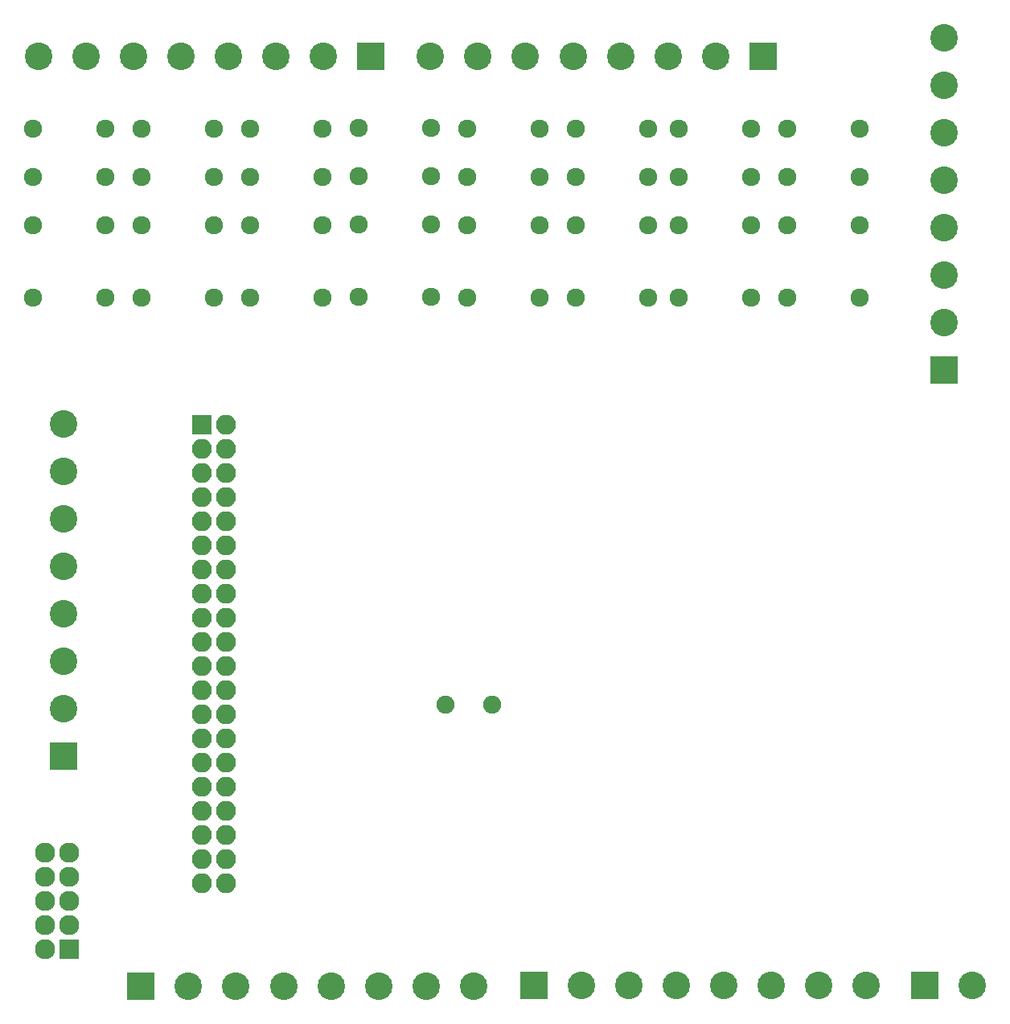
<source format=gbr>
G04 #@! TF.FileFunction,Soldermask,Bot*
%FSLAX46Y46*%
G04 Gerber Fmt 4.6, Leading zero omitted, Abs format (unit mm)*
G04 Created by KiCad (PCBNEW 4.0.5) date 03/01/17 15:39:48*
%MOMM*%
%LPD*%
G01*
G04 APERTURE LIST*
%ADD10C,0.100000*%
%ADD11C,1.924000*%
%ADD12R,2.127200X2.127200*%
%ADD13O,2.127200X2.127200*%
%ADD14R,2.100000X2.100000*%
%ADD15O,2.100000X2.100000*%
%ADD16C,1.900000*%
%ADD17C,2.900000*%
%ADD18R,2.900000X2.900000*%
G04 APERTURE END LIST*
D10*
D11*
X110460763Y-69192500D03*
X110460763Y-61572500D03*
X110460763Y-56492500D03*
X110460763Y-51412500D03*
X102840763Y-69192500D03*
X102840763Y-61572500D03*
X102840763Y-56492500D03*
X102840763Y-51412500D03*
X64770000Y-69215000D03*
X64770000Y-61595000D03*
X64770000Y-56515000D03*
X64770000Y-51435000D03*
X57150000Y-69215000D03*
X57150000Y-61595000D03*
X57150000Y-56515000D03*
X57150000Y-51435000D03*
X76200000Y-69215000D03*
X76200000Y-61595000D03*
X76200000Y-56515000D03*
X76200000Y-51435000D03*
X68580000Y-69215000D03*
X68580000Y-61595000D03*
X68580000Y-56515000D03*
X68580000Y-51435000D03*
X87634763Y-69192500D03*
X87634763Y-61572500D03*
X87634763Y-56492500D03*
X87634763Y-51412500D03*
X80014763Y-69192500D03*
X80014763Y-61572500D03*
X80014763Y-56492500D03*
X80014763Y-51412500D03*
X99047763Y-69129000D03*
X99047763Y-61509000D03*
X99047763Y-56429000D03*
X99047763Y-51349000D03*
X91427763Y-69129000D03*
X91427763Y-61509000D03*
X91427763Y-56429000D03*
X91427763Y-51349000D03*
X121873763Y-69192500D03*
X121873763Y-61572500D03*
X121873763Y-56492500D03*
X121873763Y-51412500D03*
X114253763Y-69192500D03*
X114253763Y-61572500D03*
X114253763Y-56492500D03*
X114253763Y-51412500D03*
D12*
X60960000Y-137795000D03*
D13*
X58420000Y-137795000D03*
X60960000Y-135255000D03*
X58420000Y-135255000D03*
X60960000Y-132715000D03*
X58420000Y-132715000D03*
X60960000Y-130175000D03*
X58420000Y-130175000D03*
X60960000Y-127635000D03*
X58420000Y-127635000D03*
D14*
X74930000Y-82550000D03*
D15*
X77470000Y-82550000D03*
X74930000Y-85090000D03*
X77470000Y-85090000D03*
X74930000Y-87630000D03*
X77470000Y-87630000D03*
X74930000Y-90170000D03*
X77470000Y-90170000D03*
X74930000Y-92710000D03*
X77470000Y-92710000D03*
X74930000Y-95250000D03*
X77470000Y-95250000D03*
X74930000Y-97790000D03*
X77470000Y-97790000D03*
X74930000Y-100330000D03*
X77470000Y-100330000D03*
X74930000Y-102870000D03*
X77470000Y-102870000D03*
X74930000Y-105410000D03*
X77470000Y-105410000D03*
X74930000Y-107950000D03*
X77470000Y-107950000D03*
X74930000Y-110490000D03*
X77470000Y-110490000D03*
X74930000Y-113030000D03*
X77470000Y-113030000D03*
X74930000Y-115570000D03*
X77470000Y-115570000D03*
X74930000Y-118110000D03*
X77470000Y-118110000D03*
X74930000Y-120650000D03*
X77470000Y-120650000D03*
X74930000Y-123190000D03*
X77470000Y-123190000D03*
X74930000Y-125730000D03*
X77470000Y-125730000D03*
X74930000Y-128270000D03*
X77470000Y-128270000D03*
X74930000Y-130810000D03*
X77470000Y-130810000D03*
D16*
X100584000Y-112014000D03*
X105464000Y-112014000D03*
D11*
X132715000Y-69215000D03*
X132715000Y-61595000D03*
X132715000Y-56515000D03*
X132715000Y-51435000D03*
X125095000Y-69215000D03*
X125095000Y-61595000D03*
X125095000Y-56515000D03*
X125095000Y-51435000D03*
X144171262Y-69204001D03*
X144171262Y-61584001D03*
X144171262Y-56504001D03*
X144171262Y-51424001D03*
X136551262Y-69204001D03*
X136551262Y-61584001D03*
X136551262Y-56504001D03*
X136551262Y-51424001D03*
D17*
X103503800Y-141630400D03*
X98503800Y-141630400D03*
X93503800Y-141630400D03*
X88503800Y-141630400D03*
X83503800Y-141630400D03*
X78503800Y-141630400D03*
D18*
X68503800Y-141630400D03*
D17*
X73503800Y-141630400D03*
X144855000Y-141605000D03*
X139855000Y-141605000D03*
X134855000Y-141605000D03*
X129855000Y-141605000D03*
X124855000Y-141605000D03*
X119855000Y-141605000D03*
D18*
X109855000Y-141605000D03*
D17*
X114855000Y-141605000D03*
X98985000Y-43815000D03*
X103985000Y-43815000D03*
X108985000Y-43815000D03*
X113985000Y-43815000D03*
X118985000Y-43815000D03*
X123985000Y-43815000D03*
D18*
X133985000Y-43815000D03*
D17*
X128985000Y-43815000D03*
X60325000Y-82475000D03*
X60325000Y-87475000D03*
X60325000Y-92475000D03*
X60325000Y-97475000D03*
X60325000Y-102475000D03*
X60325000Y-107475000D03*
D18*
X60325000Y-117475000D03*
D17*
X60325000Y-112475000D03*
X57710000Y-43815000D03*
X62710000Y-43815000D03*
X67710000Y-43815000D03*
X72710000Y-43815000D03*
X77710000Y-43815000D03*
X82710000Y-43815000D03*
D18*
X92710000Y-43815000D03*
D17*
X87710000Y-43815000D03*
X153035000Y-41835000D03*
X153035000Y-46835000D03*
X153035000Y-51835000D03*
X153035000Y-56835000D03*
X153035000Y-61835000D03*
X153035000Y-66835000D03*
D18*
X153035000Y-76835000D03*
D17*
X153035000Y-71835000D03*
D18*
X151003000Y-141605000D03*
D17*
X156003000Y-141605000D03*
M02*

</source>
